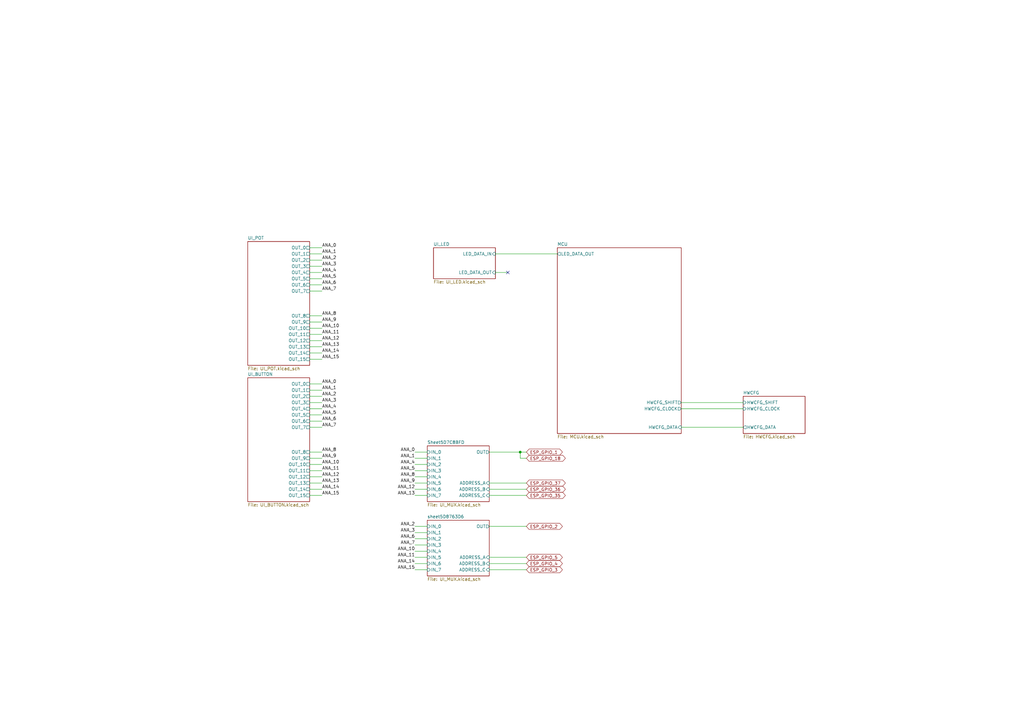
<source format=kicad_sch>
(kicad_sch (version 20230121) (generator eeschema)
  (paper "A3")
  (lib_symbols)
  (junction (at 213.36 185.42))
  (no_connect (at 208.28 111.76))
  (wire (pts (xy 175.26 203.2) (xy 170.18 203.2)))
  (wire (pts (xy 279.4 165.1) (xy 304.8 165.1)))
  (wire (pts (xy 132.08 172.72) (xy 127 172.72)))
  (wire (pts (xy 127 101.6) (xy 132.08 101.6)))
  (wire (pts (xy 203.2 111.76) (xy 208.28 111.76)))
  (wire (pts (xy 127 142.24) (xy 132.08 142.24)))
  (wire (pts (xy 228.6 104.14) (xy 203.2 104.14)))
  (wire (pts (xy 127 175.26) (xy 132.08 175.26)))
  (wire (pts (xy 175.26 198.12) (xy 170.18 198.12)))
  (wire (pts (xy 175.26 233.68) (xy 170.18 233.68)))
  (wire (pts (xy 127 160.02) (xy 132.08 160.02)))
  (wire (pts (xy 132.08 190.5) (xy 127 190.5)))
  (wire (pts (xy 127 119.38) (xy 132.08 119.38)))
  (wire (pts (xy 132.08 129.54) (xy 127 129.54)))
  (wire (pts (xy 132.08 144.78) (xy 127 144.78)))
  (wire (pts (xy 132.08 195.58) (xy 127 195.58)))
  (wire (pts (xy 175.26 220.98) (xy 170.18 220.98)))
  (wire (pts (xy 200.66 228.6) (xy 215.9 228.6)))
  (wire (pts (xy 127 109.22) (xy 132.08 109.22)))
  (wire (pts (xy 175.26 193.04) (xy 170.18 193.04)))
  (wire (pts (xy 200.66 185.42) (xy 213.36 185.42)))
  (wire (pts (xy 175.26 218.44) (xy 170.18 218.44)))
  (wire (pts (xy 200.66 215.9) (xy 215.9 215.9)))
  (wire (pts (xy 127 157.48) (xy 132.08 157.48)))
  (wire (pts (xy 200.66 200.66) (xy 215.9 200.66)))
  (wire (pts (xy 213.36 187.96) (xy 213.36 185.42)))
  (wire (pts (xy 200.66 233.68) (xy 215.9 233.68)))
  (wire (pts (xy 279.4 175.26) (xy 304.8 175.26)))
  (wire (pts (xy 200.66 231.14) (xy 215.9 231.14)))
  (wire (pts (xy 132.08 106.68) (xy 127 106.68)))
  (wire (pts (xy 127 203.2) (xy 132.08 203.2)))
  (wire (pts (xy 175.26 228.6) (xy 170.18 228.6)))
  (wire (pts (xy 127 104.14) (xy 132.08 104.14)))
  (wire (pts (xy 132.08 111.76) (xy 127 111.76)))
  (wire (pts (xy 213.36 185.42) (xy 215.9 185.42)))
  (wire (pts (xy 127 147.32) (xy 132.08 147.32)))
  (wire (pts (xy 175.26 187.96) (xy 170.18 187.96)))
  (wire (pts (xy 175.26 226.06) (xy 170.18 226.06)))
  (wire (pts (xy 215.9 187.96) (xy 213.36 187.96)))
  (wire (pts (xy 127 165.1) (xy 132.08 165.1)))
  (wire (pts (xy 279.4 167.64) (xy 304.8 167.64)))
  (wire (pts (xy 175.26 195.58) (xy 170.18 195.58)))
  (wire (pts (xy 175.26 215.9) (xy 170.18 215.9)))
  (wire (pts (xy 127 170.18) (xy 132.08 170.18)))
  (wire (pts (xy 132.08 167.64) (xy 127 167.64)))
  (wire (pts (xy 132.08 139.7) (xy 127 139.7)))
  (wire (pts (xy 200.66 198.12) (xy 215.9 198.12)))
  (wire (pts (xy 132.08 134.62) (xy 127 134.62)))
  (wire (pts (xy 127 193.04) (xy 132.08 193.04)))
  (wire (pts (xy 175.26 190.5) (xy 170.18 190.5)))
  (wire (pts (xy 127 132.08) (xy 132.08 132.08)))
  (wire (pts (xy 132.08 162.56) (xy 127 162.56)))
  (wire (pts (xy 175.26 231.14) (xy 170.18 231.14)))
  (wire (pts (xy 127 137.16) (xy 132.08 137.16)))
  (wire (pts (xy 127 198.12) (xy 132.08 198.12)))
  (wire (pts (xy 132.08 200.66) (xy 127 200.66)))
  (wire (pts (xy 175.26 185.42) (xy 170.18 185.42)))
  (wire (pts (xy 132.08 185.42) (xy 127 185.42)))
  (wire (pts (xy 127 114.3) (xy 132.08 114.3)))
  (wire (pts (xy 175.26 223.52) (xy 170.18 223.52)))
  (wire (pts (xy 175.26 200.66) (xy 170.18 200.66)))
  (wire (pts (xy 200.66 203.2) (xy 215.9 203.2)))
  (wire (pts (xy 127 187.96) (xy 132.08 187.96)))
  (wire (pts (xy 132.08 116.84) (xy 127 116.84)))
  (label "ANA_12" (at 132.08 195.58 0))
  (label "ANA_6" (at 132.08 116.84 0))
  (label "ANA_6" (at 170.18 220.98 180))
  (label "ANA_15" (at 170.18 233.68 180))
  (label "ANA_9" (at 170.18 198.12 180))
  (label "ANA_6" (at 132.08 172.72 0))
  (label "ANA_8" (at 132.08 185.42 0))
  (label "ANA_4" (at 132.08 111.76 0))
  (label "ANA_10" (at 132.08 190.5 0))
  (label "ANA_14" (at 170.18 231.14 180))
  (label "ANA_9" (at 132.08 187.96 0))
  (label "ANA_15" (at 132.08 203.2 0))
  (label "ANA_10" (at 170.18 226.06 180))
  (label "ANA_4" (at 170.18 190.5 180))
  (label "ANA_5" (at 170.18 193.04 180))
  (label "ANA_1" (at 170.18 187.96 180))
  (label "ANA_11" (at 170.18 228.6 180))
  (label "ANA_5" (at 132.08 114.3 0))
  (label "ANA_13" (at 170.18 203.2 180))
  (label "ANA_2" (at 132.08 162.56 0))
  (label "ANA_11" (at 132.08 137.16 0))
  (label "ANA_9" (at 132.08 132.08 0))
  (label "ANA_5" (at 132.08 170.18 0))
  (label "ANA_3" (at 132.08 165.1 0))
  (label "ANA_7" (at 170.18 223.52 180))
  (label "ANA_7" (at 132.08 175.26 0))
  (label "ANA_4" (at 132.08 167.64 0))
  (label "ANA_2" (at 170.18 215.9 180))
  (label "ANA_0" (at 132.08 157.48 0))
  (label "ANA_1" (at 132.08 160.02 0))
  (label "ANA_3" (at 132.08 109.22 0))
  (label "ANA_14" (at 132.08 144.78 0))
  (label "ANA_12" (at 132.08 139.7 0))
  (label "ANA_10" (at 132.08 134.62 0))
  (label "ANA_13" (at 132.08 198.12 0))
  (label "ANA_13" (at 132.08 142.24 0))
  (label "ANA_12" (at 170.18 200.66 180))
  (label "ANA_8" (at 170.18 195.58 180))
  (label "ANA_11" (at 132.08 193.04 0))
  (label "ANA_2" (at 132.08 106.68 0))
  (label "ANA_0" (at 170.18 185.42 180))
  (label "ANA_8" (at 132.08 129.54 0))
  (label "ANA_0" (at 132.08 101.6 0))
  (label "ANA_7" (at 132.08 119.38 0))
  (label "ANA_3" (at 170.18 218.44 180))
  (label "ANA_15" (at 132.08 147.32 0))
  (label "ANA_14" (at 132.08 200.66 0))
  (label "ANA_1" (at 132.08 104.14 0))
  (global_label "ESP_GPIO_36" (shape bidirectional) (at 215.9 200.66 0) (property "Intersheetrefs" "${INTERSHEET_REFS}" (effects hide)))
  (global_label "ESP_GPIO_37" (shape bidirectional) (at 215.9 198.12 0) (property "Intersheetrefs" "${INTERSHEET_REFS}" (effects hide)))
  (global_label "ESP_GPIO_5" (shape bidirectional) (at 215.9 228.6 0) (property "Intersheetrefs" "${INTERSHEET_REFS}" (effects hide)))
  (global_label "ESP_GPIO_1" (shape bidirectional) (at 215.9 185.42 0) (property "Intersheetrefs" "${INTERSHEET_REFS}" (effects hide)))
  (global_label "ESP_GPIO_18" (shape bidirectional) (at 215.9 187.96 0) (property "Intersheetrefs" "${INTERSHEET_REFS}" (effects hide)))
  (global_label "ESP_GPIO_4" (shape bidirectional) (at 215.9 231.14 0) (property "Intersheetrefs" "${INTERSHEET_REFS}" (effects hide)))
  (global_label "ESP_GPIO_3" (shape bidirectional) (at 215.9 233.68 0) (property "Intersheetrefs" "${INTERSHEET_REFS}" (effects hide)))
  (global_label "ESP_GPIO_2" (shape bidirectional) (at 215.9 215.9 0) (property "Intersheetrefs" "${INTERSHEET_REFS}" (effects hide)))
  (global_label "ESP_GPIO_35" (shape bidirectional) (at 215.9 203.2 0) (property "Intersheetrefs" "${INTERSHEET_REFS}" (effects hide)))
  (sheet (at 177.8 101.6) (size 25.4 12.7)
    (property "Sheetname" "UI_LED" (at 177.8 100.8884 0) (effects (justify left bottom)))
    (property "Sheetfile" "UI_LED.kicad_sch" (at 177.8 114.8846 0) (effects (justify left top)))
    (pin "LED_DATA_IN" input (at 203.2 104.14 0))
    (pin "LED_DATA_OUT" input (at 203.2 111.76 0))
  )
  (sheet (at 101.6 99.06) (size 25.4 50.8)
    (property "Sheetname" "UI_POT" (at 101.6 98.3484 0) (effects (justify left bottom)))
    (property "Sheetfile" "UI_POT.kicad_sch" (at 101.6 150.4446 0) (effects (justify left top)))
    (pin "OUT_0" passive (at 127 101.6 0))
    (pin "OUT_1" passive (at 127 104.14 0))
    (pin "OUT_2" passive (at 127 106.68 0))
    (pin "OUT_3" passive (at 127 109.22 0))
    (pin "OUT_4" passive (at 127 111.76 0))
    (pin "OUT_5" passive (at 127 114.3 0))
    (pin "OUT_6" passive (at 127 116.84 0))
    (pin "OUT_7" passive (at 127 119.38 0))
    (pin "OUT_8" passive (at 127 129.54 0))
    (pin "OUT_9" passive (at 127 132.08 0))
    (pin "OUT_10" passive (at 127 134.62 0))
    (pin "OUT_11" passive (at 127 137.16 0))
    (pin "OUT_13" passive (at 127 142.24 0))
    (pin "OUT_12" passive (at 127 139.7 0))
    (pin "OUT_14" passive (at 127 144.78 0))
    (pin "OUT_15" passive (at 127 147.32 0))
  )
  (sheet (at 101.6 154.94) (size 25.4 50.8)
    (property "Sheetname" "UI_BUTTON" (at 101.6 154.2284 0) (effects (justify left bottom)))
    (property "Sheetfile" "UI_BUTTON.kicad_sch" (at 101.6 206.3246 0) (effects (justify left top)))
    (pin "OUT_12" passive (at 127 195.58 0))
    (pin "OUT_13" passive (at 127 198.12 0))
    (pin "OUT_14" passive (at 127 200.66 0))
    (pin "OUT_15" passive (at 127 203.2 0))
    (pin "OUT_3" passive (at 127 165.1 0))
    (pin "OUT_2" passive (at 127 162.56 0))
    (pin "OUT_11" passive (at 127 193.04 0))
    (pin "OUT_10" passive (at 127 190.5 0))
    (pin "OUT_7" passive (at 127 175.26 0))
    (pin "OUT_6" passive (at 127 172.72 0))
    (pin "OUT_1" passive (at 127 160.02 0))
    (pin "OUT_5" passive (at 127 170.18 0))
    (pin "OUT_4" passive (at 127 167.64 0))
    (pin "OUT_0" passive (at 127 157.48 0))
    (pin "OUT_9" passive (at 127 187.96 0))
    (pin "OUT_8" passive (at 127 185.42 0))
  )
  (sheet (at 228.6 101.6) (size 50.8 76.2)
    (property "Sheetname" "MCU" (at 228.6 100.8884 0) (effects (justify left bottom)))
    (property "Sheetfile" "MCU.kicad_sch" (at 228.6 178.3846 0) (effects (justify left top)))
    (pin "LED_DATA_OUT" output (at 228.6 104.14 180))
    (pin "HWCFG_DATA" input (at 279.4 175.26 0))
    (pin "HWCFG_CLOCK" output (at 279.4 167.64 0))
    (pin "HWCFG_SHIFT" output (at 279.4 165.1 0))
  )
  (sheet (at 175.26 182.88) (size 25.4 22.86)
    (property "Sheetname" "Sheet5D7C8BFD" (at 175.26 182.1684 0) (effects (justify left bottom)))
    (property "Sheetfile" "UI_MUX.kicad_sch" (at 175.26 206.3246 0) (effects (justify left top)))
    (pin "OUT" output (at 200.66 185.42 0))
    (pin "IN_0" input (at 175.26 185.42 180))
    (pin "IN_1" input (at 175.26 187.96 180))
    (pin "IN_2" input (at 175.26 190.5 180))
    (pin "IN_3" input (at 175.26 193.04 180))
    (pin "IN_4" input (at 175.26 195.58 180))
    (pin "IN_5" input (at 175.26 198.12 180))
    (pin "IN_6" input (at 175.26 200.66 180))
    (pin "IN_7" input (at 175.26 203.2 180))
    (pin "ADDRESS_C" input (at 200.66 203.2 0))
    (pin "ADDRESS_B" input (at 200.66 200.66 0))
    (pin "ADDRESS_A" input (at 200.66 198.12 0))
  )
  (sheet (at 175.26 213.36) (size 25.4 22.86)
    (property "Sheetname" "sheet5D8763D6" (at 175.26 212.6484 0) (effects (justify left bottom)))
    (property "Sheetfile" "UI_MUX.kicad_sch" (at 175.26 236.8046 0) (effects (justify left top)))
    (pin "IN_0" input (at 175.26 215.9 180))
    (pin "IN_1" input (at 175.26 218.44 180))
    (pin "IN_2" input (at 175.26 220.98 180))
    (pin "IN_3" input (at 175.26 223.52 180))
    (pin "IN_4" input (at 175.26 226.06 180))
    (pin "IN_5" input (at 175.26 228.6 180))
    (pin "IN_6" input (at 175.26 231.14 180))
    (pin "IN_7" input (at 175.26 233.68 180))
    (pin "OUT" output (at 200.66 215.9 0))
    (pin "ADDRESS_C" input (at 200.66 233.68 0))
    (pin "ADDRESS_B" input (at 200.66 231.14 0))
    (pin "ADDRESS_A" input (at 200.66 228.6 0))
  )
  (sheet (at 304.8 162.56) (size 25.4 15.24)
    (property "Sheetname" "HWCFG" (at 304.8 161.8484 0) (effects (justify left bottom)))
    (property "Sheetfile" "HWCFG.kicad_sch" (at 304.8 178.3846 0) (effects (justify left top)))
    (pin "HWCFG_DATA" output (at 304.8 175.26 180))
    (pin "HWCFG_CLOCK" input (at 304.8 167.64 180))
    (pin "HWCFG_SHIFT" input (at 304.8 165.1 180))
  )
)
</source>
